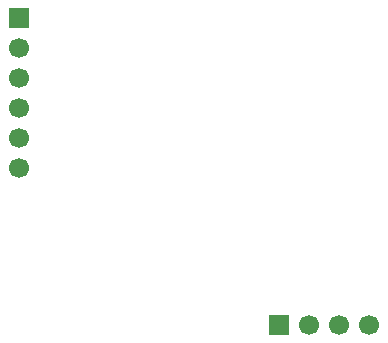
<source format=gbr>
%TF.GenerationSoftware,KiCad,Pcbnew,9.0.2*%
%TF.CreationDate,2025-07-03T13:44:50+05:30*%
%TF.ProjectId,Battery Charger and Protection,42617474-6572-4792-9043-686172676572,rev?*%
%TF.SameCoordinates,Original*%
%TF.FileFunction,Soldermask,Bot*%
%TF.FilePolarity,Negative*%
%FSLAX46Y46*%
G04 Gerber Fmt 4.6, Leading zero omitted, Abs format (unit mm)*
G04 Created by KiCad (PCBNEW 9.0.2) date 2025-07-03 13:44:50*
%MOMM*%
%LPD*%
G01*
G04 APERTURE LIST*
%ADD10R,1.700000X1.700000*%
%ADD11C,1.700000*%
G04 APERTURE END LIST*
D10*
%TO.C,J2*%
X46000000Y-48000000D03*
D11*
X46000000Y-50540000D03*
X46000000Y-53080000D03*
X46000000Y-55620000D03*
X46000000Y-58160000D03*
X46000000Y-60700000D03*
%TD*%
D10*
%TO.C,J6*%
X68000000Y-74000000D03*
D11*
X70540000Y-74000000D03*
X73080000Y-74000000D03*
X75620000Y-74000000D03*
%TD*%
M02*

</source>
